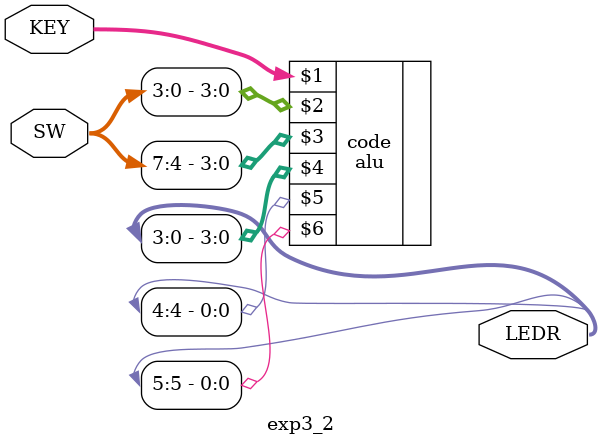
<source format=v>


module exp3_2(

	//////////// KEY //////////
	input 		     [2:0]		KEY,

	//////////// SW //////////
	input 		     [7:0]		SW,

	//////////// LED //////////
	output		     [5:0]		LEDR
);



//=======================================================
//  REG/WIRE declarations
//=======================================================


alu code(KEY[2:0],SW[3:0],SW[7:4],LEDR[3:0],LEDR[4],LEDR[5]);

//=======================================================
//  Structural coding
//=======================================================



endmodule

</source>
